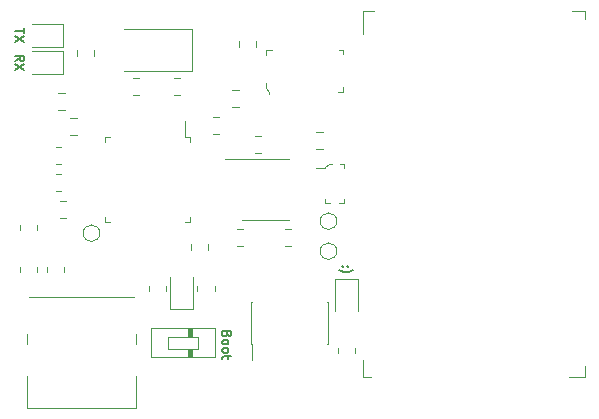
<source format=gto>
%TF.GenerationSoftware,KiCad,Pcbnew,(5.1.9)-1*%
%TF.CreationDate,2021-02-06T23:27:04-06:00*%
%TF.ProjectId,USB2CAN,55534232-4341-44e2-9e6b-696361645f70,rev?*%
%TF.SameCoordinates,Original*%
%TF.FileFunction,Legend,Top*%
%TF.FilePolarity,Positive*%
%FSLAX46Y46*%
G04 Gerber Fmt 4.6, Leading zero omitted, Abs format (unit mm)*
G04 Created by KiCad (PCBNEW (5.1.9)-1) date 2021-02-06 23:27:04*
%MOMM*%
%LPD*%
G01*
G04 APERTURE LIST*
%ADD10C,0.190500*%
%ADD11C,0.120000*%
%ADD12C,0.100000*%
G04 APERTURE END LIST*
D10*
X156699857Y-108966000D02*
X156663571Y-109002285D01*
X156627285Y-108966000D01*
X156663571Y-108929714D01*
X156699857Y-108966000D01*
X156627285Y-108966000D01*
X157099000Y-108966000D02*
X157062714Y-109002285D01*
X157026428Y-108966000D01*
X157062714Y-108929714D01*
X157099000Y-108966000D01*
X157026428Y-108966000D01*
X156337000Y-109256285D02*
X156373285Y-109292571D01*
X156482142Y-109365142D01*
X156554714Y-109401428D01*
X156663571Y-109437714D01*
X156845000Y-109474000D01*
X156990142Y-109474000D01*
X157171571Y-109437714D01*
X157280428Y-109401428D01*
X157353000Y-109365142D01*
X157461857Y-109292571D01*
X157498142Y-109256285D01*
X129703285Y-88827428D02*
X129703285Y-89262857D01*
X128941285Y-89045142D02*
X129703285Y-89045142D01*
X129703285Y-89444285D02*
X128941285Y-89952285D01*
X129703285Y-89952285D02*
X128941285Y-89444285D01*
X128941285Y-91567000D02*
X129304142Y-91313000D01*
X128941285Y-91131571D02*
X129703285Y-91131571D01*
X129703285Y-91421857D01*
X129667000Y-91494428D01*
X129630714Y-91530714D01*
X129558142Y-91567000D01*
X129449285Y-91567000D01*
X129376714Y-91530714D01*
X129340428Y-91494428D01*
X129304142Y-91421857D01*
X129304142Y-91131571D01*
X129703285Y-91821000D02*
X128941285Y-92329000D01*
X129703285Y-92329000D02*
X128941285Y-91821000D01*
X146866428Y-114717285D02*
X146830142Y-114826142D01*
X146793857Y-114862428D01*
X146721285Y-114898714D01*
X146612428Y-114898714D01*
X146539857Y-114862428D01*
X146503571Y-114826142D01*
X146467285Y-114753571D01*
X146467285Y-114463285D01*
X147229285Y-114463285D01*
X147229285Y-114717285D01*
X147193000Y-114789857D01*
X147156714Y-114826142D01*
X147084142Y-114862428D01*
X147011571Y-114862428D01*
X146939000Y-114826142D01*
X146902714Y-114789857D01*
X146866428Y-114717285D01*
X146866428Y-114463285D01*
X146467285Y-115334142D02*
X146503571Y-115261571D01*
X146539857Y-115225285D01*
X146612428Y-115189000D01*
X146830142Y-115189000D01*
X146902714Y-115225285D01*
X146939000Y-115261571D01*
X146975285Y-115334142D01*
X146975285Y-115443000D01*
X146939000Y-115515571D01*
X146902714Y-115551857D01*
X146830142Y-115588142D01*
X146612428Y-115588142D01*
X146539857Y-115551857D01*
X146503571Y-115515571D01*
X146467285Y-115443000D01*
X146467285Y-115334142D01*
X146467285Y-116023571D02*
X146503571Y-115951000D01*
X146539857Y-115914714D01*
X146612428Y-115878428D01*
X146830142Y-115878428D01*
X146902714Y-115914714D01*
X146939000Y-115951000D01*
X146975285Y-116023571D01*
X146975285Y-116132428D01*
X146939000Y-116205000D01*
X146902714Y-116241285D01*
X146830142Y-116277571D01*
X146612428Y-116277571D01*
X146539857Y-116241285D01*
X146503571Y-116205000D01*
X146467285Y-116132428D01*
X146467285Y-116023571D01*
X146975285Y-116495285D02*
X146975285Y-116785571D01*
X147229285Y-116604142D02*
X146576142Y-116604142D01*
X146503571Y-116640428D01*
X146467285Y-116713000D01*
X146467285Y-116785571D01*
D11*
X156148000Y-105156000D02*
G75*
G03*
X156148000Y-105156000I-700000J0D01*
G01*
X156148000Y-107696000D02*
G75*
G03*
X156148000Y-107696000I-700000J0D01*
G01*
X136082000Y-106172000D02*
G75*
G03*
X136082000Y-106172000I-700000J0D01*
G01*
X156237000Y-115850936D02*
X156237000Y-116305064D01*
X157707000Y-115850936D02*
X157707000Y-116305064D01*
X157932000Y-112760000D02*
X157932000Y-110075000D01*
X157932000Y-110075000D02*
X156012000Y-110075000D01*
X156012000Y-110075000D02*
X156012000Y-112760000D01*
X143893000Y-88878000D02*
X138143000Y-88878000D01*
X143893000Y-92478000D02*
X143893000Y-88878000D01*
X138143000Y-92478000D02*
X143893000Y-92478000D01*
X155316000Y-112027000D02*
X155381000Y-112027000D01*
X155316000Y-115557000D02*
X155381000Y-115557000D01*
X148911000Y-112027000D02*
X148976000Y-112027000D01*
X148911000Y-115557000D02*
X148976000Y-115557000D01*
X148976000Y-116882000D02*
X148976000Y-115557000D01*
X155381000Y-115557000D02*
X155381000Y-112027000D01*
X148911000Y-115557000D02*
X148911000Y-112027000D01*
X143291800Y-97990000D02*
X143291800Y-96700000D01*
X143741800Y-97990000D02*
X143291800Y-97990000D01*
X143741800Y-98440000D02*
X143741800Y-97990000D01*
X143741800Y-105210000D02*
X143291800Y-105210000D01*
X143741800Y-104760000D02*
X143741800Y-105210000D01*
X136521800Y-97990000D02*
X136971800Y-97990000D01*
X136521800Y-98440000D02*
X136521800Y-97990000D01*
X136521800Y-105210000D02*
X136971800Y-105210000D01*
X136521800Y-104760000D02*
X136521800Y-105210000D01*
D12*
X156691000Y-90681000D02*
X156691000Y-90981000D01*
X156316000Y-90681000D02*
X156691000Y-90681000D01*
X150141000Y-90681000D02*
X150141000Y-91081000D01*
X150641000Y-90681000D02*
X150141000Y-90681000D01*
X156691000Y-94231000D02*
X156241000Y-94231000D01*
X156691000Y-93756000D02*
X156691000Y-94231000D01*
X150441000Y-94231000D02*
X150441000Y-94426000D01*
X150141000Y-93906000D02*
X150441000Y-94231000D01*
X150141000Y-93431000D02*
X150141000Y-93906000D01*
D11*
X150114000Y-99929000D02*
X146664000Y-99929000D01*
X150114000Y-99929000D02*
X152064000Y-99929000D01*
X150114000Y-105049000D02*
X148164000Y-105049000D01*
X150114000Y-105049000D02*
X152064000Y-105049000D01*
D12*
G36*
X143929000Y-116643000D02*
G01*
X143529000Y-116643000D01*
X143529000Y-115943000D01*
X143929000Y-115943000D01*
X143929000Y-116643000D01*
G37*
X143929000Y-116643000D02*
X143529000Y-116643000D01*
X143529000Y-115943000D01*
X143929000Y-115943000D01*
X143929000Y-116643000D01*
G36*
X143929000Y-114943000D02*
G01*
X143529000Y-114943000D01*
X143529000Y-114243000D01*
X143929000Y-114243000D01*
X143929000Y-114943000D01*
G37*
X143929000Y-114943000D02*
X143529000Y-114943000D01*
X143529000Y-114243000D01*
X143929000Y-114243000D01*
X143929000Y-114943000D01*
D11*
X141829000Y-115943000D02*
X141829000Y-114943000D01*
X144429000Y-115943000D02*
X141829000Y-115943000D01*
X144429000Y-114943000D02*
X144429000Y-115943000D01*
X141829000Y-114943000D02*
X144429000Y-114943000D01*
X140429000Y-116693000D02*
X140429000Y-114193000D01*
X145829000Y-116693000D02*
X140429000Y-116693000D01*
X145829000Y-114193000D02*
X145829000Y-116693000D01*
X140429000Y-114193000D02*
X145829000Y-114193000D01*
X145819800Y-111098064D02*
X145819800Y-110643936D01*
X144349800Y-111098064D02*
X144349800Y-110643936D01*
X131599000Y-108992936D02*
X131599000Y-109447064D01*
X133069000Y-108992936D02*
X133069000Y-109447064D01*
X141705000Y-111098064D02*
X141705000Y-110643936D01*
X140235000Y-111098064D02*
X140235000Y-110643936D01*
X130783000Y-105891064D02*
X130783000Y-105436936D01*
X129313000Y-105891064D02*
X129313000Y-105436936D01*
X129313000Y-108992936D02*
X129313000Y-109447064D01*
X130783000Y-108992936D02*
X130783000Y-109447064D01*
X132360936Y-100303000D02*
X132815064Y-100303000D01*
X132360936Y-98833000D02*
X132815064Y-98833000D01*
X132360936Y-102589000D02*
X132815064Y-102589000D01*
X132360936Y-101119000D02*
X132815064Y-101119000D01*
X149706064Y-97944000D02*
X149251936Y-97944000D01*
X149706064Y-99414000D02*
X149251936Y-99414000D01*
D12*
X177144000Y-87319200D02*
X176044000Y-87319200D01*
X177144000Y-88019200D02*
X177144000Y-87319200D01*
X177144000Y-118319200D02*
X175844000Y-118319200D01*
X177144000Y-117419200D02*
X177144000Y-118319200D01*
X158344000Y-118319200D02*
X158344000Y-116919200D01*
X159044000Y-118319200D02*
X158344000Y-118319200D01*
X158344000Y-87319200D02*
X158344000Y-89319200D01*
X159344000Y-87319200D02*
X158344000Y-87319200D01*
D11*
X129952000Y-114668000D02*
X129952000Y-115568000D01*
X139142000Y-114668000D02*
X139142000Y-115568000D01*
X129952000Y-118268000D02*
X129952000Y-120998000D01*
X139142000Y-118268000D02*
X139142000Y-120998000D01*
X130072000Y-111588000D02*
X139022000Y-111588000D01*
X129952000Y-120998000D02*
X139142000Y-120998000D01*
X143962000Y-112556000D02*
X143962000Y-109871000D01*
X142042000Y-112556000D02*
X143962000Y-112556000D01*
X142042000Y-109871000D02*
X142042000Y-112556000D01*
D12*
X156781000Y-100331000D02*
X156781000Y-100631000D01*
X156406000Y-100331000D02*
X156781000Y-100331000D01*
X156781000Y-103631000D02*
X156331000Y-103631000D01*
X156781000Y-103331000D02*
X156781000Y-103631000D01*
X156781000Y-103406000D02*
X156781000Y-103281000D01*
X155131000Y-103631000D02*
X155131000Y-103281000D01*
X155606000Y-103631000D02*
X155131000Y-103631000D01*
X155131000Y-100656000D02*
X154356000Y-100656000D01*
X155131000Y-100606000D02*
X155131000Y-100656000D01*
X155506000Y-100331000D02*
X155131000Y-100606000D01*
X155781000Y-100331000D02*
X155506000Y-100331000D01*
D11*
X133003000Y-88448000D02*
X130318000Y-88448000D01*
X133003000Y-90368000D02*
X133003000Y-88448000D01*
X130318000Y-90368000D02*
X133003000Y-90368000D01*
X133003000Y-90734000D02*
X130318000Y-90734000D01*
X133003000Y-92654000D02*
X133003000Y-90734000D01*
X130318000Y-92654000D02*
X133003000Y-92654000D01*
X133103252Y-94261000D02*
X132580748Y-94261000D01*
X133103252Y-95731000D02*
X132580748Y-95731000D01*
X134119252Y-96420000D02*
X133596748Y-96420000D01*
X134119252Y-97890000D02*
X133596748Y-97890000D01*
X147312748Y-95477000D02*
X147835252Y-95477000D01*
X147312748Y-94007000D02*
X147835252Y-94007000D01*
X145661748Y-97763000D02*
X146184252Y-97763000D01*
X145661748Y-96293000D02*
X146184252Y-96293000D01*
X145261000Y-107053748D02*
X145261000Y-107576252D01*
X143791000Y-107053748D02*
X143791000Y-107576252D01*
X133230252Y-103405000D02*
X132707748Y-103405000D01*
X133230252Y-104875000D02*
X132707748Y-104875000D01*
X139392252Y-92991000D02*
X138869748Y-92991000D01*
X139392252Y-94461000D02*
X138869748Y-94461000D01*
X142359748Y-94461000D02*
X142882252Y-94461000D01*
X142359748Y-92991000D02*
X142882252Y-92991000D01*
X149325000Y-89908748D02*
X149325000Y-90431252D01*
X147855000Y-89908748D02*
X147855000Y-90431252D01*
X135609000Y-91193252D02*
X135609000Y-90670748D01*
X134139000Y-91193252D02*
X134139000Y-90670748D01*
X154947252Y-99033000D02*
X154424748Y-99033000D01*
X154947252Y-97563000D02*
X154424748Y-97563000D01*
X151757748Y-107288000D02*
X152280252Y-107288000D01*
X151757748Y-105818000D02*
X152280252Y-105818000D01*
X148216252Y-105818000D02*
X147693748Y-105818000D01*
X148216252Y-107288000D02*
X147693748Y-107288000D01*
M02*

</source>
